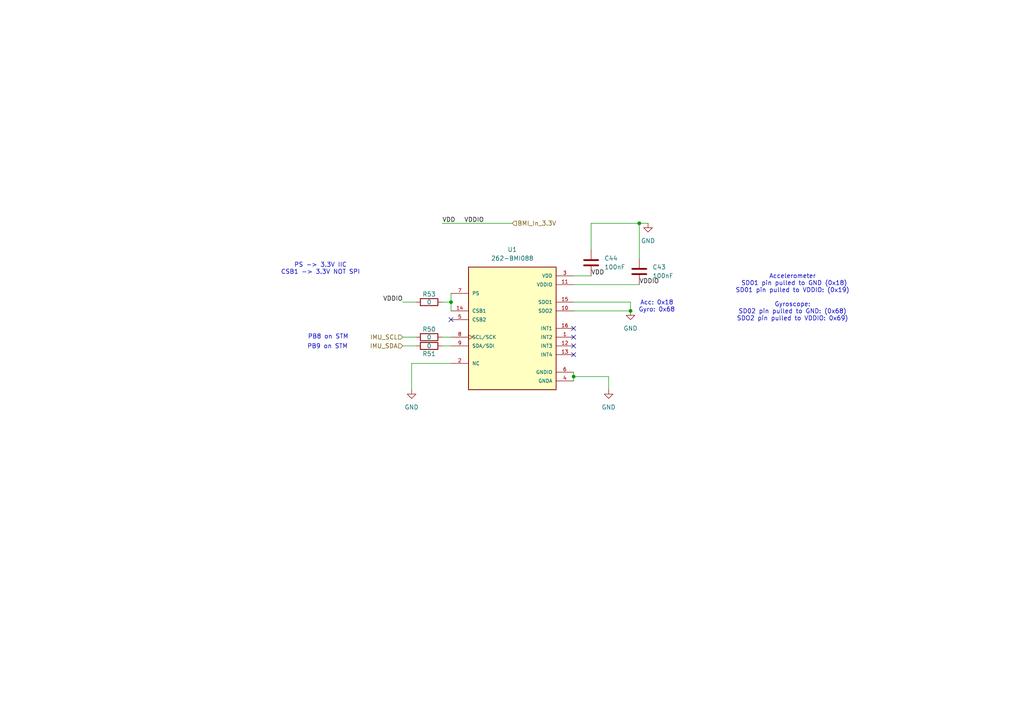
<source format=kicad_sch>
(kicad_sch (version 20250114) (generator "eeschema") (generator_version "9.0")
  (paper "A4")
  (title_block (date "2025-11-19") (rev "0") (company "Davide"))
  (lib_symbols
    (symbol "#dzdb:g_cap/C-100n-0603" (pin_numbers (hide yes)) (pin_names (offset 0.254))
      (property "Reference" "C" (at 0.635 2.54 0))
      (property "Value" "100nF" (at 0.635 -2.54 0))
      (symbol "g_cap/C-100n-0603_0_1"
        (polyline (pts (xy -2.032 0.762) (xy 2.032 0.762)) (stroke (width 0.508)))
        (polyline (pts (xy -2.032 -0.762) (xy 2.032 -0.762)) (stroke (width 0.508)))
      )
      (symbol "g_cap/C-100n-0603_1_1"
        (pin passive line (at 0 3.81 270) (length 2.794) (name "~") (number "1"))
        (pin passive line (at 0 -3.81 90) (length 2.794) (name "~") (number "2"))
      )
    )
    (symbol "#dzdb:g_res/R-0-0603" (pin_numbers (hide yes)) (pin_names (offset 0))
      (property "Reference" "R" (at 2.032 0 90))
      (property "Value" "0" (at 0 0 90))
      (symbol "g_res/R-0-0603_0_1"
        (rectangle (start -1.016 -2.54) (end 1.016 2.54) (stroke (width 0.254)))
      )
      (symbol "g_res/R-0-0603_1_1"
        (pin passive line (at 0 3.81 270) (length 1.27) (name "~") (number "1"))
        (pin passive line (at 0 -3.81 90) (length 1.27) (name "~") (number "2"))
      )
    )
    (symbol "#dzdb:s_sens/BOSC-262-BMI088" (pin_names (offset 1.016))
      (property "Reference" "U" (at -12.7 18.415 0))
      (property "Value" "262-BMI088" (at -12.7 -20.32 0))
      (symbol "s_sens/BOSC-262-BMI088_0_0"
        (rectangle (start -12.7 -17.78) (end 12.7 17.78) (stroke (width 0.254)) (fill (type background)))
        (pin input line (at -17.78 10.16 0) (length 5.08) (name "PS") (number "7"))
        (pin input line (at -17.78 5.08 0) (length 5.08) (name "CSB1") (number "14"))
        (pin input line (at -17.78 2.54 0) (length 5.08) (name "CSB2") (number "5"))
        (pin input clock (at -17.78 -2.54 0) (length 5.08) (name "SCL/SCK") (number "8"))
        (pin bidirectional line (at -17.78 -5.08 0) (length 5.08) (name "SDA/SDI") (number "9"))
        (pin passive line (at -17.78 -10.16 0) (length 5.08) (name "NC") (number "2"))
        (pin output line (at 17.78 7.62 180) (length 5.08) (name "SDO1") (number "15"))
        (pin output line (at 17.78 5.08 180) (length 5.08) (name "SDO2") (number "10"))
        (pin bidirectional line (at 17.78 0 180) (length 5.08) (name "INT1") (number "16"))
        (pin bidirectional line (at 17.78 -2.54 180) (length 5.08) (name "INT2") (number "1"))
        (pin bidirectional line (at 17.78 -5.08 180) (length 5.08) (name "INT3") (number "12"))
        (pin bidirectional line (at 17.78 -7.62 180) (length 5.08) (name "INT4") (number "13"))
        (pin power_in line (at 17.78 -12.7 180) (length 5.08) (name "GNDIO") (number "6"))
        (pin power_in line (at 17.78 -15.24 180) (length 5.08) (name "GNDA") (number "4"))
      )
      (symbol "s_sens/BOSC-262-BMI088_1_0"
        (pin power_out line (at 17.78 15.24 180) (length 5.08) (name "VDD") (number "3"))
        (pin power_out line (at 17.78 12.7 180) (length 5.08) (name "VDDIO") (number "11"))
      )
    )
    (symbol "power:GND" (power) (pin_numbers (hide yes)) (pin_names (offset 0) (hide yes))
      (property "Value" "GND" (at 0 -3.81 0))
      (symbol "GND_0_1"
        (polyline (pts (xy 0 0) (xy 0 -1.27) (xy 1.27 -1.27) (xy 0 -2.54) (xy -1.27 -1.27) (xy 0 -1.27)))
      )
      (symbol "GND_1_1"
        (pin power_in line (at 0 0 270) (length 0) (name "~") (number "1"))
      )
    )
  )
  (text "Accelerometer\n SD01 pin pulled to GND (0x18)\nSD01 pin pulled to VDDIO: (0x19)\n\nGyroscope:\nSD02 pin pulled to GND: (0x68)\nSDO2 pin pulled to VDDIO: 0x69)" (at 229.87 86.36 0) (effects (font (size 1.27 1.27))))
  (text "PB8 on STM" (at 95.175 97.7523 0) (effects (font (size 1.27 1.27))))
  (text "Acc: 0x18\nGyro: 0x68" (at 190.5 88.9 0) (effects (font (size 1.27 1.27))))
  (text "PB9 on STM" (at 94.996 100.584 0) (effects (font (size 1.27 1.27))))
  (text "PS -> 3.3V IIC\nCSB1 -> 3.3V NOT SPI" (at 92.964 77.978 0) (effects (font (size 1.27 1.27))))
  (junction (at 166.37 109.22))
  (junction (at 185.42 64.77))
  (junction (at 130.81 87.63))
  (junction (at 182.88 90.17))
  (no_connect (at 166.37 102.87))
  (no_connect (at 130.81 92.71))
  (no_connect (at 166.37 95.25))
  (no_connect (at 166.37 100.33))
  (no_connect (at 166.37 97.79))
  (wire (pts (xy 128.27 97.79) (xy 130.81 97.79)))
  (wire (pts (xy 171.45 72.39) (xy 171.45 64.77)))
  (wire (pts (xy 187.96 64.77) (xy 185.42 64.77)))
  (wire (pts (xy 128.27 100.33) (xy 130.81 100.33)))
  (wire (pts (xy 166.37 109.22) (xy 176.53 109.22)))
  (wire (pts (xy 176.53 109.22) (xy 176.53 113.03)))
  (wire (pts (xy 128.27 64.77) (xy 148.59 64.77)))
  (wire (pts (xy 116.84 100.33) (xy 120.65 100.33)))
  (wire (pts (xy 166.37 107.95) (xy 166.37 109.22)))
  (wire (pts (xy 166.37 80.01) (xy 171.45 80.01)))
  (wire (pts (xy 166.37 82.55) (xy 185.42 82.55)))
  (wire (pts (xy 130.81 87.63) (xy 130.81 90.17)))
  (wire (pts (xy 182.88 87.63) (xy 166.37 87.63)))
  (wire (pts (xy 166.37 109.22) (xy 166.37 110.49)))
  (wire (pts (xy 130.81 105.41) (xy 119.38 105.41)))
  (wire (pts (xy 182.88 87.63) (xy 182.88 90.17)))
  (wire (pts (xy 130.81 85.09) (xy 130.81 87.63)))
  (wire (pts (xy 116.84 97.79) (xy 120.65 97.79)))
  (wire (pts (xy 128.27 87.63) (xy 130.81 87.63)))
  (wire (pts (xy 166.37 90.17) (xy 182.88 90.17)))
  (wire (pts (xy 185.42 64.77) (xy 185.42 74.93)))
  (wire (pts (xy 119.38 105.41) (xy 119.38 113.03)))
  (wire (pts (xy 116.84 87.63) (xy 120.65 87.63)))
  (wire (pts (xy 171.45 64.77) (xy 185.42 64.77)))
  (label "VDD" (at 171.45 80.01 0))
  (label "VDDIO" (at 116.84 87.63 180))
  (label "VDD" (at 128.27 64.77 0))
  (label "VDDIO" (at 185.42 82.55 0))
  (label "VDDIO" (at 134.62 64.77 0))
  (hierarchical_label "IMU_SCL" (shape input) (at 116.84 97.79 180))
  (hierarchical_label "BMI_In_3.3V" (shape input) (at 148.59 64.77 0))
  (hierarchical_label "IMU_SDA" (shape input) (at 116.84 100.33 180))
  (symbol (lib_id "#dzdb:g_res/R-0-0603") (at 124.46 100.33 90) (unit 1)
    (property "Reference" "R51" (at 124.46 102.616 90))
    (property "Value" "0" (at 124.46 100.33 90))
    (property "Footprint" "Resistor_SMD:R_0603_1608Metric" (effects (hide yes)))
    (property "Datasheet" "https://www.we-online.com/components/products/datasheet/560112116001.pdf" (effects (hide yes)))
    (property "Description" "Thick Film Resistors - SMD WRIS-RSKS <0.05 Ohms  0.1 W Jumper 0603" (effects (hide yes)))
    (property "IPN" "R-0-0603" (effects (hide yes)))
    (property "MPN" "560112116001" (effects (hide yes)))
    (property "Manufacturer" "Wurth Elektronik" (effects (hide yes)))
    (property "Resistance" "0" (effects (hide yes)))
    (property "Power" "0.1W" (effects (hide yes)))
    (property "Material" "Thick film" (effects (hide yes)))
    (property "Tolerance" "5%" (effects (hide yes)))
    (property "Supplier" "Mouser" (effects (hide yes)))
    (property "SPN" "710-560112116001" (effects (hide yes)))
    (property "LCSC" "CXXXXX" (effects (hide yes)))
    (property "Comment" "lifecycle=Active; note=Auto-generated" (effects (hide yes)))
  )
  (symbol (lib_id "power:GND") (at 182.88 90.17 0) (unit 1)
    (property "Reference" "#PWR036" (effects (hide yes)))
    (property "Value" "GND" (at 182.88 95.25 0))
    (property "Description" "Power symbol creates a global label with name \"GND\" , ground" (effects (hide yes)))
  )
  (symbol (lib_id "power:GND") (at 119.38 113.03 0) (unit 1)
    (property "Reference" "#PWR035" (effects (hide yes)))
    (property "Value" "GND" (at 119.38 118.11 0))
    (property "Description" "Power symbol creates a global label with name \"GND\" , ground" (effects (hide yes)))
  )
  (symbol (lib_id "#dzdb:g_res/R-0-0603") (at 124.46 97.79 90) (unit 1)
    (property "Reference" "R50" (at 124.46 95.504 90))
    (property "Value" "0" (at 124.46 97.79 90))
    (property "Footprint" "Resistor_SMD:R_0603_1608Metric" (effects (hide yes)))
    (property "Datasheet" "https://www.we-online.com/components/products/datasheet/560112116001.pdf" (effects (hide yes)))
    (property "Description" "Thick Film Resistors - SMD WRIS-RSKS <0.05 Ohms  0.1 W Jumper 0603" (effects (hide yes)))
    (property "IPN" "R-0-0603" (effects (hide yes)))
    (property "MPN" "560112116001" (effects (hide yes)))
    (property "Manufacturer" "Wurth Elektronik" (effects (hide yes)))
    (property "Resistance" "0" (effects (hide yes)))
    (property "Power" "0.1W" (effects (hide yes)))
    (property "Material" "Thick film" (effects (hide yes)))
    (property "Tolerance" "5%" (effects (hide yes)))
    (property "Supplier" "Mouser" (effects (hide yes)))
    (property "SPN" "710-560112116001" (effects (hide yes)))
    (property "LCSC" "CXXXXX" (effects (hide yes)))
    (property "Comment" "lifecycle=Active; note=Auto-generated" (effects (hide yes)))
  )
  (symbol (lib_id "#dzdb:g_cap/C-100n-0603") (at 171.45 76.2 0) (unit 1)
    (property "Reference" "C44" (at 175.26 74.9299 0) (effects (justify left)))
    (property "Value" "100nF" (at 175.26 77.4699 0) (effects (justify left)))
    (property "Footprint" "Capacitor_SMD:C_0603_1608Metric" (effects (hide yes)))
    (property "Datasheet" "https://www.we-online.com/components/products/datasheet/885012206095.pdf" (effects (hide yes)))
    (property "Description" "Cap 100nF 50V 0603 C0G ±10%" (effects (hide yes)))
    (property "IPN" "C-100n-0603" (effects (hide yes)))
    (property "MPN" "885012206095" (effects (hide yes)))
    (property "Manufacturer" "Wurth Elektronik" (effects (hide yes)))
    (property "Capacitance" "100nF" (effects (hide yes)))
    (property "Voltage" "50V" (effects (hide yes)))
    (property "Material" "C0G" (effects (hide yes)))
    (property "Tolerance" "10%" (effects (hide yes)))
    (property "Supplier" "Mouser" (effects (hide yes)))
    (property "SPN" "710-885012206095" (effects (hide yes)))
    (property "LCSC" "CXXXXX" (effects (hide yes)))
    (property "Comment" "lifecycle=Active; note=Auto-generated" (effects (hide yes)))
  )
  (symbol (lib_id "power:GND") (at 176.53 113.03 0) (unit 1)
    (property "Reference" "#PWR023" (effects (hide yes)))
    (property "Value" "GND" (at 176.53 118.11 0))
    (property "Description" "Power symbol creates a global label with name \"GND\" , ground" (effects (hide yes)))
  )
  (symbol (lib_id "power:GND") (at 187.96 64.77 0) (unit 1)
    (property "Reference" "#PWR034" (effects (hide yes)))
    (property "Value" "GND" (at 187.96 69.85 0))
    (property "Description" "Power symbol creates a global label with name \"GND\" , ground" (effects (hide yes)))
  )
  (symbol (lib_id "#dzdb:g_cap/C-100n-0603") (at 185.42 78.74 0) (unit 1)
    (property "Reference" "C43" (at 189.23 77.4699 0) (effects (justify left)))
    (property "Value" "100nF" (at 189.23 80.0099 0) (effects (justify left)))
    (property "Footprint" "Capacitor_SMD:C_0603_1608Metric" (effects (hide yes)))
    (property "Datasheet" "https://www.we-online.com/components/products/datasheet/885012206095.pdf" (effects (hide yes)))
    (property "Description" "Cap 100nF 50V 0603 C0G ±10%" (effects (hide yes)))
    (property "IPN" "C-100n-0603" (effects (hide yes)))
    (property "MPN" "885012206095" (effects (hide yes)))
    (property "Manufacturer" "Wurth Elektronik" (effects (hide yes)))
    (property "Capacitance" "100nF" (effects (hide yes)))
    (property "Voltage" "50V" (effects (hide yes)))
    (property "Material" "C0G" (effects (hide yes)))
    (property "Tolerance" "10%" (effects (hide yes)))
    (property "Supplier" "Mouser" (effects (hide yes)))
    (property "SPN" "710-885012206095" (effects (hide yes)))
    (property "LCSC" "CXXXXX" (effects (hide yes)))
    (property "Comment" "lifecycle=Active; note=Auto-generated" (effects (hide yes)))
  )
  (symbol (lib_id "#dzdb:g_res/R-0-0603") (at 124.46 87.63 90) (unit 1)
    (property "Reference" "R53" (at 124.46 85.344 90))
    (property "Value" "0" (at 124.46 87.63 90))
    (property "Footprint" "Resistor_SMD:R_0603_1608Metric" (effects (hide yes)))
    (property "Datasheet" "https://www.we-online.com/components/products/datasheet/560112116001.pdf" (effects (hide yes)))
    (property "Description" "Thick Film Resistors - SMD WRIS-RSKS <0.05 Ohms  0.1 W Jumper 0603" (effects (hide yes)))
    (property "IPN" "R-0-0603" (effects (hide yes)))
    (property "MPN" "560112116001" (effects (hide yes)))
    (property "Manufacturer" "Wurth Elektronik" (effects (hide yes)))
    (property "Resistance" "0" (effects (hide yes)))
    (property "Power" "0.1W" (effects (hide yes)))
    (property "Material" "Thick film" (effects (hide yes)))
    (property "Tolerance" "5%" (effects (hide yes)))
    (property "Supplier" "Mouser" (effects (hide yes)))
    (property "SPN" "710-560112116001" (effects (hide yes)))
    (property "LCSC" "CXXXXX" (effects (hide yes)))
    (property "Comment" "lifecycle=Active; note=Auto-generated" (effects (hide yes)))
  )
  (symbol (lib_id "#dzdb:s_sens/BOSC-262-BMI088") (at 148.59 95.25 0) (unit 1)
    (property "Reference" "U1" (at 148.59 72.39 0))
    (property "Value" "262-BMI088" (at 148.59 74.93 0))
    (property "Footprint" "dz_sens:Bosch_IMU_BMI088" (effects (hide yes)))
    (property "Datasheet" "https://www.bosch-sensortec.com/media/boschsensortec/downloads/datasheets/bst-bmi088-ds001.pdf" (effects (hide yes)))
    (property "Description" "IMUs - Inertiale Messeinheiten High Performance Intertial Measurement Unit (IMU) for Drones and Robotics" (effects (hide yes)))
    (property "MF" "Bosch Sensortec" (effects (hide yes)))
    (property "PURCHASE-URL" "https://pricing.snapeda.com/search/part/BMI088/?ref=eda" (effects (hide yes)))
    (property "PACKAGE" "VFLGA-16 Bosch Sensortec" (effects (hide yes)))
    (property "PRICE" "None" (effects (hide yes)))
    (property "Package" "LGA-16" (effects (hide yes)))
    (property "Check_prices" "https://www.snapeda.com/parts/BMI088/Bosch/view-part/?ref=eda" (effects (hide yes)))
    (property "Price" "None" (effects (hide yes)))
    (property "SnapEDA_Link" "https://www.snapeda.com/parts/BMI088/Bosch/view-part/?ref=snap" (effects (hide yes)))
    (property "MP" "BMI088" (effects (hide yes)))
    (property "Description_1" "Accelerometer, Gyroscope, 6 Axis Sensor I2C, SPI Output" (effects (hide yes)))
    (property "Availability" "In Stock" (effects (hide yes)))
    (property "AVAILABILITY" "In Stock" (effects (hide yes)))
    (property "IPN" "BOSC-262-BMI088" (effects (hide yes)))
    (property "MPN" "262-BMI088" (effects (hide yes)))
    (property "Manufacturer" "Bosch Sensortec" (effects (hide yes)))
    (property "Type" "IMUs - Inertiale Messeinheiten" (effects (hide yes)))
    (property "Vin Range" "2.4 V - 3.6 V" (effects (hide yes)))
    (property "Output" "Digital" (effects (hide yes)))
    (property "Current" "5.15 mA" (effects (hide yes)))
    (property "Temp Range" "- 40 C to + 85 C" (effects (hide yes)))
    (property "Supplier" "Mouser" (effects (hide yes)))
    (property "SPN" "262-BMI088" (effects (hide yes)))
  )
)
</source>
